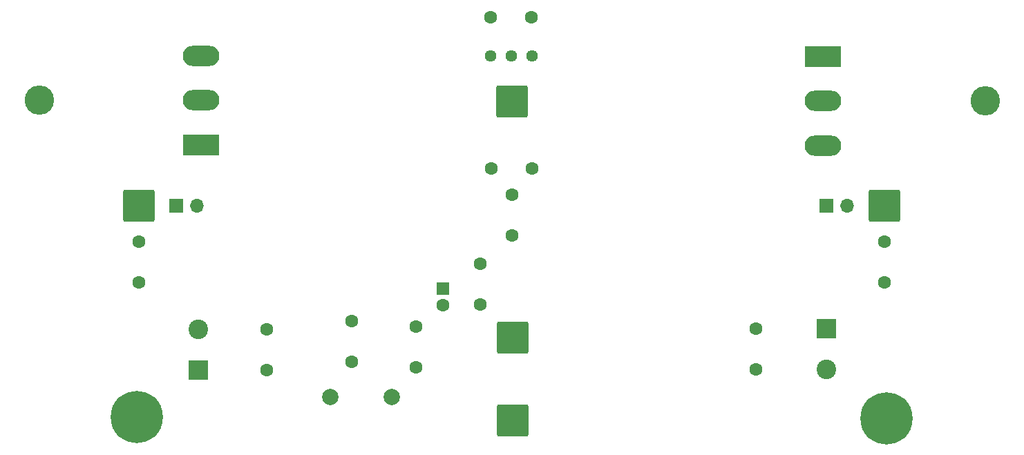
<source format=gbr>
G04 #@! TF.GenerationSoftware,KiCad,Pcbnew,(6.0.2-0)*
G04 #@! TF.CreationDate,2022-02-28T20:29:11+01:00*
G04 #@! TF.ProjectId,amp-mosfet-80w,616d702d-6d6f-4736-9665-742d3830772e,rev?*
G04 #@! TF.SameCoordinates,Original*
G04 #@! TF.FileFunction,Soldermask,Bot*
G04 #@! TF.FilePolarity,Negative*
%FSLAX46Y46*%
G04 Gerber Fmt 4.6, Leading zero omitted, Abs format (unit mm)*
G04 Created by KiCad (PCBNEW (6.0.2-0)) date 2022-02-28 20:29:11*
%MOMM*%
%LPD*%
G01*
G04 APERTURE LIST*
G04 Aperture macros list*
%AMRoundRect*
0 Rectangle with rounded corners*
0 $1 Rounding radius*
0 $2 $3 $4 $5 $6 $7 $8 $9 X,Y pos of 4 corners*
0 Add a 4 corners polygon primitive as box body*
4,1,4,$2,$3,$4,$5,$6,$7,$8,$9,$2,$3,0*
0 Add four circle primitives for the rounded corners*
1,1,$1+$1,$2,$3*
1,1,$1+$1,$4,$5*
1,1,$1+$1,$6,$7*
1,1,$1+$1,$8,$9*
0 Add four rect primitives between the rounded corners*
20,1,$1+$1,$2,$3,$4,$5,0*
20,1,$1+$1,$4,$5,$6,$7,0*
20,1,$1+$1,$6,$7,$8,$9,0*
20,1,$1+$1,$8,$9,$2,$3,0*%
G04 Aperture macros list end*
%ADD10C,1.600000*%
%ADD11R,1.600000X1.600000*%
%ADD12R,2.400000X2.400000*%
%ADD13C,2.400000*%
%ADD14C,2.000000*%
%ADD15RoundRect,0.250001X-1.699999X-1.699999X1.699999X-1.699999X1.699999X1.699999X-1.699999X1.699999X0*%
%ADD16R,1.700000X1.700000*%
%ADD17O,1.700000X1.700000*%
%ADD18C,6.400000*%
%ADD19C,0.800000*%
%ADD20C,1.440000*%
%ADD21O,3.600000X3.600000*%
%ADD22R,4.500000X2.500000*%
%ADD23O,4.500000X2.500000*%
G04 APERTURE END LIST*
D10*
X139700000Y-83850000D03*
X139700000Y-88850000D03*
X147571000Y-84500500D03*
X147571000Y-89500500D03*
X161798000Y-65151000D03*
X156798000Y-65151000D03*
D11*
X150939500Y-79883000D03*
D10*
X150939500Y-81883000D03*
X155448000Y-76835000D03*
X155448000Y-81835000D03*
X189230000Y-84789000D03*
X189230000Y-89789000D03*
D12*
X197866000Y-84772500D03*
D13*
X197866000Y-89772500D03*
D10*
X159385000Y-68326000D03*
X159385000Y-73326000D03*
D14*
X137093500Y-93200000D03*
X144650000Y-93200000D03*
D15*
X204978000Y-69723000D03*
X159385000Y-56896000D03*
X159448500Y-85852000D03*
X159448500Y-96012000D03*
D16*
X197860000Y-69700000D03*
D17*
X200400000Y-69700000D03*
D18*
X113411000Y-95631000D03*
D19*
X113411000Y-93231000D03*
X113411000Y-98031000D03*
X111713944Y-93933944D03*
X111011000Y-95631000D03*
X115108056Y-93933944D03*
X111713944Y-97328056D03*
X115108056Y-97328056D03*
X115811000Y-95631000D03*
X203534944Y-94060944D03*
X206929056Y-97455056D03*
D18*
X205232000Y-95758000D03*
D19*
X202832000Y-95758000D03*
X205232000Y-98158000D03*
X203534944Y-97455056D03*
X206929056Y-94060944D03*
X205232000Y-93358000D03*
X207632000Y-95758000D03*
D10*
X204978000Y-74104500D03*
X204978000Y-79104500D03*
X129286000Y-89836000D03*
X129286000Y-84836000D03*
D12*
X120904000Y-89836000D03*
D13*
X120904000Y-84836000D03*
D15*
X113665000Y-69723000D03*
D16*
X118250000Y-69750000D03*
D17*
X120790000Y-69750000D03*
D10*
X113665000Y-79104500D03*
X113665000Y-74104500D03*
X156718000Y-46609000D03*
X161718000Y-46609000D03*
D20*
X161798000Y-51308000D03*
X159258000Y-51308000D03*
X156718000Y-51308000D03*
D21*
X101425000Y-56780000D03*
D22*
X121285000Y-62230000D03*
D23*
X121285000Y-56780000D03*
X121285000Y-51330000D03*
D21*
X217345000Y-56885000D03*
D22*
X197485000Y-51435000D03*
D23*
X197485000Y-56885000D03*
X197485000Y-62335000D03*
M02*

</source>
